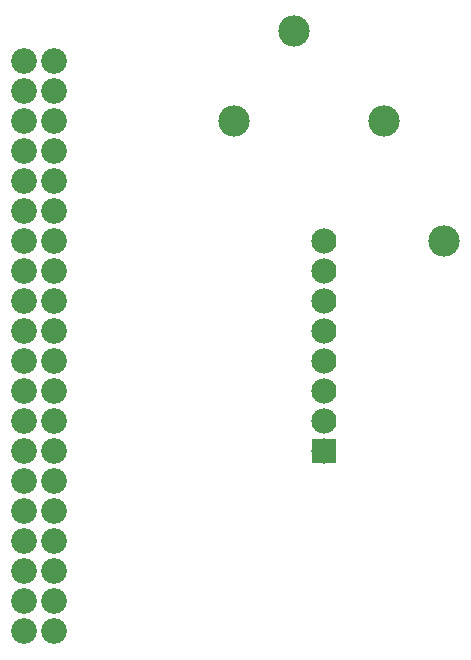
<source format=gts>
G04 MADE WITH FRITZING*
G04 WWW.FRITZING.ORG*
G04 DOUBLE SIDED*
G04 HOLES PLATED*
G04 CONTOUR ON CENTER OF CONTOUR VECTOR*
%ASAXBY*%
%FSLAX23Y23*%
%MOIN*%
%OFA0B0*%
%SFA1.0B1.0*%
%ADD10C,0.085361*%
%ADD11C,0.084000*%
%ADD12C,0.104488*%
%ADD13R,0.084000X0.084000*%
%LNMASK1*%
G90*
G70*
G54D10*
X346Y1998D03*
X346Y1898D03*
X346Y1798D03*
X346Y1698D03*
X346Y1598D03*
X346Y1498D03*
X346Y1398D03*
X346Y1298D03*
X346Y1198D03*
X346Y1098D03*
X346Y998D03*
X346Y898D03*
X346Y798D03*
X346Y698D03*
X346Y598D03*
X346Y498D03*
X346Y398D03*
X346Y298D03*
X346Y198D03*
X346Y98D03*
X446Y98D03*
X446Y198D03*
X446Y298D03*
X446Y398D03*
X446Y498D03*
X446Y598D03*
X446Y698D03*
X446Y798D03*
X446Y898D03*
X446Y998D03*
X446Y1098D03*
X446Y1198D03*
X446Y1298D03*
X446Y1398D03*
X446Y1498D03*
X446Y1598D03*
X446Y1698D03*
X446Y1798D03*
X446Y1898D03*
X446Y1998D03*
G54D11*
X1346Y698D03*
X1346Y798D03*
X1346Y898D03*
X1346Y998D03*
X1346Y1098D03*
X1346Y1198D03*
X1346Y1298D03*
X1346Y1398D03*
G54D12*
X1546Y1798D03*
X1746Y1398D03*
X1246Y2098D03*
X1046Y1798D03*
G54D13*
X1346Y698D03*
G04 End of Mask1*
M02*
</source>
